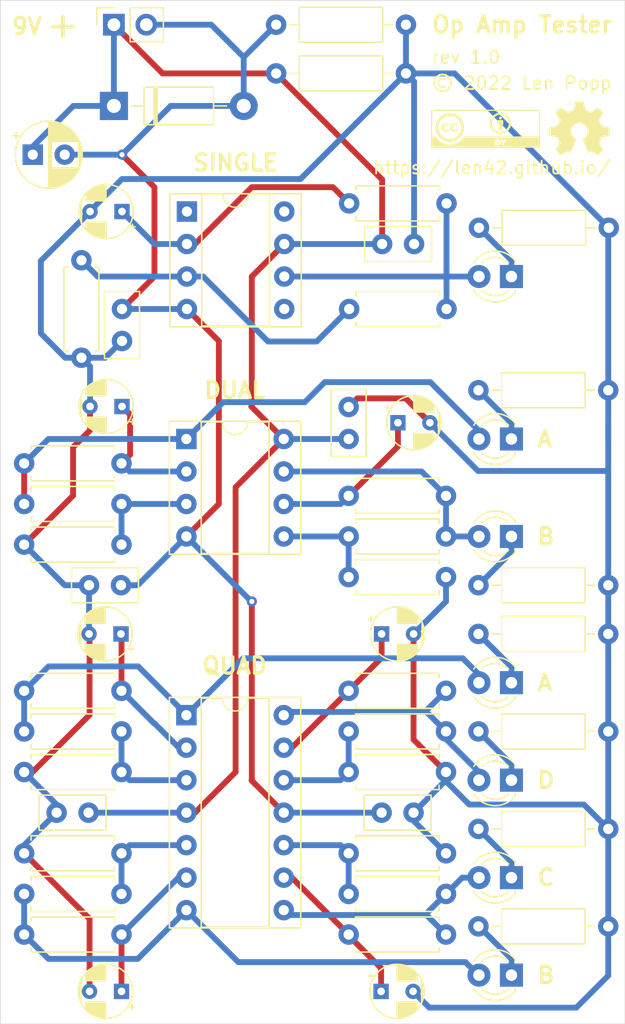
<source format=kicad_pcb>
(kicad_pcb (version 20211014) (generator pcbnew)
  (title_block (title "Op Amp Tester") (date "2022-04-20") (rev "1.0") (company "Len Popp") (comment 1 "Copyright © 2022 Len Popp CC BY") (comment 2 "Tester for standard-pinout single, dual, and quad op amps"))
  (layers (0 "F.Cu" signal) (31 "B.Cu" signal) (34 "B.Paste" user) (35 "F.Paste" user) (36 "B.SilkS" user "B.Silkscreen") (37 "F.SilkS" user "F.Silkscreen") (38 "B.Mask" user) (39 "F.Mask" user) (44 "Edge.Cuts" user))
  (net 0 "")
  (net 1 "Net-(C2-Pad1)")
  (net 2 "GND")
  (net 3 "V-")
  (net 4 "V+")
  (net 5 "Net-(C5-Pad1)")
  (net 6 "Net-(C6-Pad1)")
  (net 7 "Net-(C11-Pad1)")
  (net 8 "Net-(C12-Pad1)")
  (net 9 "Net-(C9-Pad1)")
  (net 10 "Net-(C10-Pad1)")
  (net 11 "Net-(D2-Pad1)")
  (net 12 "Net-(D2-Pad2)")
  (net 13 "Net-(D3-Pad1)")
  (net 14 "Net-(D3-Pad2)")
  (net 15 "Net-(D4-Pad1)")
  (net 16 "Net-(D4-Pad2)")
  (net 17 "Net-(D5-Pad1)")
  (net 18 "Net-(D5-Pad2)")
  (net 19 "Net-(D6-Pad1)")
  (net 20 "Net-(D6-Pad2)")
  (net 21 "Net-(D7-Pad1)")
  (net 22 "Net-(D7-Pad2)")
  (net 23 "Net-(D8-Pad1)")
  (net 24 "Net-(D8-Pad2)")
  (net 25 "Net-(R3-Pad2)")
  (net 26 "Net-(R7-Pad2)")
  (net 27 "Net-(R11-Pad2)")
  (net 28 "Net-(R15-Pad2)")
  (net 29 "Net-(R19-Pad2)")
  (net 30 "Net-(R23-Pad2)")
  (net 31 "Net-(R27-Pad2)")
  (footprint "LED_THT:LED_D3.0mm" (layer "F.Cu") (at 154.305 109.22 180)
    (fp_text reference "D5" hide)
    (fp_text value "LED" hide)
    (pad "1" thru_hole rect (at 0 0 180) (size 1.8 1.8) (drill 0.9) (layers *.Cu *.Mask) (net 17 "Net-(D5-Pad1)"))
    (pad "2" thru_hole circle (at 2.54 0 180) (size 1.8 1.8) (drill 0.9) (layers *.Cu *.Mask) (net 18 "Net-(D5-Pad2)"))
  )
  (footprint "-lmp-misc:R_Axial_DIN0207_L6.3mm_D2.5mm_P7.62mm_Horizontal" (layer "F.Cu") (at 141.605 80.01)
    (fp_text reference "R4" hide)
    (fp_text value "100K" hide)
    (pad "1" thru_hole circle locked (at 0 0) (size 1.6 1.6) (drill 0.8) (layers *.Cu *.Mask) (net 25 "Net-(R3-Pad2)"))
    (pad "2" thru_hole oval locked (at 7.62 0) (size 1.6 1.6) (drill 0.8) (layers *.Cu *.Mask) (net 12 "Net-(D2-Pad2)"))
  )
  (footprint "-lmp-misc:R_Axial_DIN0207_L6.3mm_D2.5mm_P7.62mm_Horizontal" (layer "F.Cu") (at 116.165 122.555)
    (fp_text reference "R19" hide)
    (fp_text value "100K" hide)
    (pad "1" thru_hole circle locked (at 0 0) (size 1.6 1.6) (drill 0.8) (layers *.Cu *.Mask) (net 2 "GND"))
    (pad "2" thru_hole oval locked (at 7.62 0) (size 1.6 1.6) (drill 0.8) (layers *.Cu *.Mask) (net 29 "Net-(R19-Pad2)"))
  )
  (footprint "LED_THT:LED_D3.0mm" (layer "F.Cu") (at 154.305 124.46 180)
    (fp_text reference "D7" hide)
    (fp_text value "LED" hide)
    (pad "1" thru_hole rect (at 0 0 180) (size 1.8 1.8) (drill 0.9) (layers *.Cu *.Mask) (net 21 "Net-(D7-Pad1)"))
    (pad "2" thru_hole circle (at 2.54 0 180) (size 1.8 1.8) (drill 0.9) (layers *.Cu *.Mask) (net 22 "Net-(D7-Pad2)"))
  )
  (footprint "-lmp-misc:CP_Radial_D4.0mm_P2.50mm" (layer "F.Cu") (at 145.4224 88.9)
    (fp_text reference "C6" hide)
    (fp_text value "1U" hide)
    (pad "1" thru_hole rect locked (at 0 0) (size 1.2 1.2) (drill 0.6) (layers *.Cu *.Mask) (net 6 "Net-(C6-Pad1)"))
    (pad "2" thru_hole circle locked (at 2.5 0) (size 1.2 1.2) (drill 0.6) (layers *.Cu *.Mask) (net 2 "GND"))
  )
  (footprint "-lmp-misc:R_Axial_DIN0207_L6.3mm_D2.5mm_P10.16mm_Horizontal" (layer "F.Cu") (at 151.725 86.36)
    (fp_text reference "R10" hide)
    (fp_text value "1K" hide)
    (pad "1" thru_hole circle locked (at 0 0) (size 1.6 1.6) (drill 0.8) (layers *.Cu *.Mask) (net 13 "Net-(D3-Pad1)"))
    (pad "2" thru_hole oval locked (at 10.16 0) (size 1.6 1.6) (drill 0.8) (layers *.Cu *.Mask) (net 2 "GND"))
  )
  (footprint "-lmp-misc:Logo_OSHW" (layer "F.Cu") (at 159.639 65.913)
    (fp_text reference "G***" hide)
    (fp_text value "LOGO" hide)
  )
  (footprint "-lmp-misc:R_Axial_DIN0207_L6.3mm_D2.5mm_P10.16mm_Horizontal" (layer "F.Cu") (at 146.05 57.785 180)
    (fp_text reference "R2" hide)
    (fp_text value "1K" hide)
    (pad "1" thru_hole circle locked (at 0 0 180) (size 1.6 1.6) (drill 0.8) (layers *.Cu *.Mask) (net 2 "GND"))
    (pad "2" thru_hole oval locked (at 10.16 0 180) (size 1.6 1.6) (drill 0.8) (layers *.Cu *.Mask) (net 3 "V-"))
  )
  (footprint "-lmp-misc:R_Axial_DIN0207_L6.3mm_D2.5mm_P10.16mm_Horizontal" (layer "F.Cu") (at 151.725 113.03)
    (fp_text reference "R30" hide)
    (fp_text value "1K" hide)
    (pad "1" thru_hole circle locked (at 0 0) (size 1.6 1.6) (drill 0.8) (layers *.Cu *.Mask) (net 23 "Net-(D8-Pad1)"))
    (pad "2" thru_hole oval locked (at 10.16 0) (size 1.6 1.6) (drill 0.8) (layers *.Cu *.Mask) (net 2 "GND"))
  )
  (footprint "-lmp-misc:R_Axial_DIN0207_L6.3mm_D2.5mm_P7.62mm_Horizontal" (layer "F.Cu") (at 141.565 97.79)
    (fp_text reference "R13" hide)
    (fp_text value "100K" hide)
    (pad "1" thru_hole circle locked (at 0 0) (size 1.6 1.6) (drill 0.8) (layers *.Cu *.Mask) (net 27 "Net-(R11-Pad2)"))
    (pad "2" thru_hole oval locked (at 7.62 0) (size 1.6 1.6) (drill 0.8) (layers *.Cu *.Mask) (net 16 "Net-(D4-Pad2)"))
  )
  (footprint "-lmp-misc:R_Axial_DIN0207_L6.3mm_D2.5mm_P7.62mm_Horizontal" (layer "F.Cu") (at 141.565 128.905)
    (fp_text reference "R24" hide)
    (fp_text value "100K" hide)
    (pad "1" thru_hole circle locked (at 0 0) (size 1.6 1.6) (drill 0.8) (layers *.Cu *.Mask) (net 7 "Net-(C11-Pad1)"))
    (pad "2" thru_hole oval locked (at 7.62 0) (size 1.6 1.6) (drill 0.8) (layers *.Cu *.Mask) (net 22 "Net-(D7-Pad2)"))
  )
  (footprint "Connector_PinSocket_2.54mm:PinSocket_1x02_P2.54mm_Vertical" (layer "F.Cu") (at 123.19 57.785 90)
    (fp_text reference "J1" hide)
    (fp_text value "V-IN" hide)
    (pad "1" thru_hole rect (at 0 0 90) (size 1.7 1.7) (drill 1) (layers *.Cu *.Mask) (net 4 "V+"))
    (pad "2" thru_hole oval (at 0 2.54 90) (size 1.7 1.7) (drill 1) (layers *.Cu *.Mask) (net 3 "V-"))
  )
  (footprint "-lmp-misc:C_Disc_D5.0mm_W2.5mm_P2.50mm" (layer "F.Cu") (at 123.825 82.51 90)
    (fp_text reference "C4" hide)
    (fp_text value "100N" hide)
    (pad "1" thru_hole circle locked (at 0 0 90) (size 1.6 1.6) (drill 0.8) (layers *.Cu *.Mask) (net 2 "GND"))
    (pad "2" thru_hole circle locked (at 2.5 0 90) (size 1.6 1.6) (drill 0.8) (layers *.Cu *.Mask) (net 3 "V-"))
  )
  (footprint "-lmp-misc:CP_Radial_D4.0mm_P2.50mm" (layer "F.Cu") (at 123.825 87.63 180)
    (fp_text reference "C5" hide)
    (fp_text value "1U" hide)
    (pad "1" thru_hole rect locked (at 0 0 180) (size 1.2 1.2) (drill 0.6) (layers *.Cu *.Mask) (net 5 "Net-(C5-Pad1)"))
    (pad "2" thru_hole circle locked (at 2.5 0 180) (size 1.2 1.2) (drill 0.6) (layers *.Cu *.Mask) (net 2 "GND"))
  )
  (footprint "LED_THT:LED_D3.0mm" (layer "F.Cu") (at 154.305 97.79 180)
    (fp_text reference "D4" hide)
    (fp_text value "LED" hide)
    (pad "1" thru_hole rect (at 0 0 180) (size 1.8 1.8) (drill 0.9) (layers *.Cu *.Mask) (net 15 "Net-(D4-Pad1)"))
    (pad "2" thru_hole circle (at 2.54 0 180) (size 1.8 1.8) (drill 0.9) (layers *.Cu *.Mask) (net 16 "Net-(D4-Pad2)"))
  )
  (footprint "-lmp-misc:R_Axial_DIN0207_L6.3mm_D2.5mm_P7.62mm_Horizontal" (layer "F.Cu") (at 123.785 109.855 180)
    (fp_text reference "R16" hide)
    (fp_text value "100K" hide)
    (pad "1" thru_hole circle locked (at 0 0 180) (size 1.6 1.6) (drill 0.8) (layers *.Cu *.Mask) (net 9 "Net-(C9-Pad1)"))
    (pad "2" thru_hole oval locked (at 7.62 0 180) (size 1.6 1.6) (drill 0.8) (layers *.Cu *.Mask) (net 18 "Net-(D5-Pad2)"))
  )
  (footprint "LED_THT:LED_D3.0mm" (layer "F.Cu") (at 154.305 116.84 180)
    (fp_text reference "D8" hide)
    (fp_text value "LED" hide)
    (pad "1" thru_hole rect (at 0 0 180) (size 1.8 1.8) (drill 0.9) (layers *.Cu *.Mask) (net 23 "Net-(D8-Pad1)"))
    (pad "2" thru_hole circle (at 2.54 0 180) (size 1.8 1.8) (drill 0.9) (layers *.Cu *.Mask) (net 24 "Net-(D8-Pad2)"))
  )
  (footprint "-lmp-misc:CP_Radial_D4.0mm_P2.50mm" (layer "F.Cu") (at 144.105 133.35)
    (fp_text reference "C11" hide)
    (fp_text value "1U" hide)
    (pad "1" thru_hole rect locked (at 0 0) (size 1.2 1.2) (drill 0.6) (layers *.Cu *.Mask) (net 7 "Net-(C11-Pad1)"))
    (pad "2" thru_hole circle locked (at 2.5 0) (size 1.2 1.2) (drill 0.6) (layers *.Cu *.Mask) (net 2 "GND"))
  )
  (footprint "LED_THT:LED_D3.0mm" (layer "F.Cu") (at 154.305 90.17 180)
    (fp_text reference "D3" hide)
    (fp_text value "LED" hide)
    (pad "1" thru_hole rect (at 0 0 180) (size 1.8 1.8) (drill 0.9) (layers *.Cu *.Mask) (net 13 "Net-(D3-Pad1)"))
    (pad "2" thru_hole circle (at 2.54 0 180) (size 1.8 1.8) (drill 0.9) (layers *.Cu *.Mask) (net 14 "Net-(D3-Pad2)"))
  )
  (footprint "LED_THT:LED_D3.0mm" (layer "F.Cu") (at 154.305 132.08 180)
    (fp_text reference "D6" hide)
    (fp_text value "LED" hide)
    (pad "1" thru_hole rect (at 0 0 180) (size 1.8 1.8) (drill 0.9) (layers *.Cu *.Mask) (net 19 "Net-(D6-Pad1)"))
    (pad "2" thru_hole circle (at 2.54 0 180) (size 1.8 1.8) (drill 0.9) (layers *.Cu *.Mask) (net 20 "Net-(D6-Pad2)"))
  )
  (footprint "-lmp-misc:R_Axial_DIN0207_L6.3mm_D2.5mm_P10.16mm_Horizontal" (layer "F.Cu") (at 151.725 128.27)
    (fp_text reference "R22" hide)
    (fp_text value "1K" hide)
    (pad "1" thru_hole circle locked (at 0 0) (size 1.6 1.6) (drill 0.8) (layers *.Cu *.Mask) (net 19 "Net-(D6-Pad1)"))
    (pad "2" thru_hole oval locked (at 10.16 0) (size 1.6 1.6) (drill 0.8) (layers *.Cu *.Mask) (net 2 "GND"))
  )
  (footprint "-lmp-misc:C_Disc_D5.0mm_W2.5mm_P2.50mm" (layer "F.Cu") (at 121.205 119.38 180)
    (fp_text reference "C13" hide)
    (fp_text value "100N" hide)
    (pad "1" thru_hole circle locked (at 0 0 180) (size 1.6 1.6) (drill 0.8) (layers *.Cu *.Mask) (net 4 "V+"))
    (pad "2" thru_hole circle locked (at 2.5 0 180) (size 1.6 1.6) (drill 0.8) (layers *.Cu *.Mask) (net 2 "GND"))
  )
  (footprint "-lmp-misc:R_Axial_DIN0207_L6.3mm_D2.5mm_P7.62mm_Horizontal" (layer "F.Cu") (at 116.165 116.205)
    (fp_text reference "R15" hide)
    (fp_text value "100K" hide)
    (pad "1" thru_hole circle locked (at 0 0) (size 1.6 1.6) (drill 0.8) (layers *.Cu *.Mask) (net 2 "GND"))
    (pad "2" thru_hole oval locked (at 7.62 0) (size 1.6 1.6) (drill 0.8) (layers *.Cu *.Mask) (net 28 "Net-(R15-Pad2)"))
  )
  (footprint "-lmp-misc:C_Disc_D5.0mm_W2.5mm_P2.50mm" (layer "F.Cu") (at 141.565 90.17 90)
    (fp_text reference "C7" hide)
    (fp_text value "100N" hide)
    (pad "1" thru_hole circle locked (at 0 0 90) (size 1.6 1.6) (drill 0.8) (layers *.Cu *.Mask) (net 4 "V+"))
    (pad "2" thru_hole circle locked (at 2.5 0 90) (size 1.6 1.6) (drill 0.8) (layers *.Cu *.Mask) (net 2 "GND"))
  )
  (footprint "Package_DIP:DIP-8_W7.62mm_Socket" (layer "F.Cu") (at 128.865 90.17)
    (fp_text reference "U2" hide)
    (fp_text value "DUT" hide)
    (pad "1" thru_hole rect (at 0 0) (size 1.6 1.6) (drill 0.8) (layers *.Cu *.Mask) (net 14 "Net-(D3-Pad2)"))
    (pad "2" thru_hole oval (at 0 2.54) (size 1.6 1.6) (drill 0.8) (layers *.Cu *.Mask) (net 5 "Net-(C5-Pad1)"))
    (pad "3" thru_hole oval (at 0 5.08) (size 1.6 1.6) (drill 0.8) (layers *.Cu *.Mask) (net 26 "Net-(R7-Pad2)"))
    (pad "4" thru_hole oval (at 0 7.62) (size 1.6 1.6) (drill 0.8) (layers *.Cu *.Mask) (net 3 "V-"))
    (pad "5" thru_hole oval (at 7.62 7.62) (size 1.6 1.6) (drill 0.8) (layers *.Cu *.Mask) (net 27 "Net-(R11-Pad2)"))
    (pad "6" thru_hole oval (at 7.62 5.08) (size 1.6 1.6) (drill 0.8) (layers *.Cu *.Mask) (net 6 "Net-(C6-Pad1)"))
    (pad "7" thru_hole oval (at 7.62 2.54) (size 1.6 1.6) (drill 0.8) (layers *.Cu *.Mask) (net 16 "Net-(D4-Pad2)"))
    (pad "8" thru_hole oval (at 7.62 0) (size 1.6 1.6) (drill 0.8) (layers *.Cu *.Mask) (net 4 "V+"))
  )
  (footprint "-lmp-misc:R_Axial_DIN0207_L6.3mm_D2.5mm_P7.62mm_Horizontal" (layer "F.Cu") (at 149.185 122.555 180)
    (fp_text reference "R23" hide)
    (fp_text value "100K" hide)
    (pad "1" thru_hole circle locked (at 0 0 180) (size 1.6 1.6) (drill 0.8) (layers *.Cu *.Mask) (net 2 "GND"))
    (pad "2" thru_hole oval locked (at 7.62 0 180) (size 1.6 1.6) (drill 0.8) (layers *.Cu *.Mask) (net 30 "Net-(R23-Pad2)"))
  )
  (footprint "-lmp-misc:R_Axial_DIN0207_L6.3mm_D2.5mm_P7.62mm_Horizontal" (layer "F.Cu") (at 141.565 109.855)
    (fp_text reference "R28" hide)
    (fp_text value "100K" hide)
    (pad "1" thru_hole circle locked (at 0 0) (size 1.6 1.6) (drill 0.8) (layers *.Cu *.Mask) (net 8 "Net-(C12-Pad1)"))
    (pad "2" thru_hole oval locked (at 7.62 0) (size 1.6 1.6) (drill 0.8) (layers *.Cu *.Mask) (net 24 "Net-(D8-Pad2)"))
  )
  (footprint "-lmp-misc:C_Disc_D5.0mm_W2.5mm_P2.50mm" (layer "F.Cu") (at 146.645 119.38 180)
    (fp_text reference "C14" hide)
    (fp_text value "100N" hide)
    (pad "1" thru_hole circle locked (at 0 0 180) (size 1.6 1.6) (drill 0.8) (layers *.Cu *.Mask) (net 2 "GND"))
    (pad "2" thru_hole circle locked (at 2.5 0 180) (size 1.6 1.6) (drill 0.8) (layers *.Cu *.Mask) (net 3 "V-"))
  )
  (footprint "-lmp-misc:R_Axial_DIN0207_L6.3mm_D2.5mm_P7.62mm_Horizontal" (layer "F.Cu") (at 120.65 83.82 90)
    (fp_text reference "R3" hide)
    (fp_text value "100K" hide)
    (pad "1" thru_hole circle locked (at 0 0 90) (size 1.6 1.6) (drill 0.8) (layers *.Cu *.Mask) (net 2 "GND"))
    (pad "2" thru_hole oval locked (at 7.62 0 90) (size 1.6 1.6) (drill 0.8) (layers *.Cu *.Mask) (net 25 "Net-(R3-Pad2)"))
  )
  (footprint "-lmp-misc:CP_Radial_D4.0mm_P2.50mm" (layer "F.Cu") (at 123.825 72.39 180)
    (fp_text reference "C2" hide)
    (fp_text value "1U" hide)
    (pad "1" thru_hole rect locked (at 0 0 180) (size 1.2 1.2) (drill 0.6) (layers *.Cu *.Mask) (net 1 "Net-(C2-Pad1)"))
    (pad "2" thru_hole circle locked (at 2.5 0 180) (size 1.2 1.2) (drill 0.6) (layers *.Cu *.Mask) (net 2 "GND"))
  )
  (footprint "-lmp-misc:R_Axial_DIN0207_L6.3mm_D2.5mm_P7.62mm_Horizontal" (layer "F.Cu") (at 123.785 95.25 180)
    (fp_text reference "R9" hide)
    (fp_text value "100K" hide)
    (pad "1" thru_hole circle locked (at 0 0 180) (size 1.6 1.6) (drill 0.8) (layers *.Cu *.Mask) (net 26 "Net-(R7-Pad2)"))
    (pad "2" thru_hole oval locked (at 7.62 0 180) (size 1.6 1.6) (drill 0.8) (layers *.Cu *.Mask) (net 14 "Net-(D3-Pad2)"))
  )
  (footprint "-lmp-misc:R_Axial_DIN0207_L6.3mm_D2.5mm_P7.62mm_Horizontal" (layer "F.Cu") (at 141.565 94.615)
    (fp_text reference "R12" hide)
    (fp_text value "100K" hide)
    (pad "1" thru_hole circle locked (at 0 0) (size 1.6 1.6) (drill 0.8) (layers *.Cu *.Mask) (net 6 "Net-(C6-Pad1)"))
    (pad "2" thru_hole oval locked (at 7.62 0) (size 1.6 1.6) (drill 0.8) (layers *.Cu *.Mask) (net 16 "Net-(D4-Pad2)"))
  )
  (footprint "-lmp-misc:R_Axial_DIN0207_L6.3mm_D2.5mm_P7.62mm_Horizontal" (layer "F.Cu") (at 141.565 125.73)
    (fp_text reference "R25" hide)
    (fp_text value "100K" hide)
    (pad "1" thru_hole circle locked (at 0 0) (size 1.6 1.6) (drill 0.8) (layers *.Cu *.Mask) (net 30 "Net-(R23-Pad2)"))
    (pad "2" thru_hole oval locked (at 7.62 0) (size 1.6 1.6) (drill 0.8) (layers *.Cu *.Mask) (net 22 "Net-(D7-Pad2)"))
  )
  (footprint "Package_DIP:DIP-14_W7.62mm_Socket" (layer "F.Cu") (at 128.865 111.76)
    (fp_text reference "U3" hide)
    (fp_text value "DUT" hide)
    (pad "1" thru_hole rect (at 0 0) (size 1.6 1.6) (drill 0.8) (layers *.Cu *.Mask) (net 18 "Net-(D5-Pad2)"))
    (pad "2" thru_hole oval (at 0 2.54) (size 1.6 1.6) (drill 0.8) (layers *.Cu *.Mask) (net 9 "Net-(C9-Pad1)"))
    (pad "3" thru_hole oval (at 0 5.08) (size 1.6 1.6) (drill 0.8) (layers *.Cu *.Mask) (net 28 "Net-(R15-Pad2)"))
    (pad "4" thru_hole oval (at 0 7.62) (size 1.6 1.6) (drill 0.8) (layers *.Cu *.Mask) (net 4 "V+"))
    (pad "5" thru_hole oval (at 0 10.16) (size 1.6 1.6) (drill 0.8) (layers *.Cu *.Mask) (net 29 "Net-(R19-Pad2)"))
    (pad "6" thru_hole oval (at 0 12.7) (size 1.6 1.6) (drill 0.8) (layers *.Cu *.Mask) (net 10 "Net-(C10-Pad1)"))
    (pad "7" thru_hole oval (at 0 15.24) (size 1.6 1.6) (drill 0.8) (layers *.Cu *.Mask) (net 20 "Net-(D6-Pad2)"))
    (pad "8" thru_hole oval (at 7.62 15.24) (size 1.6 1.6) (drill 0.8) (layers *.Cu *.Mask) (net 22 "Net-(D7-Pad2)"))
    (pad "9" thru_hole oval (at 7.62 12.7) (size 1.6 1.6) (drill 0.8) (layers *.Cu *.Mask) (net 7 "Net-(C11-Pad1)"))
    (pad "10" thru_hole oval (at 7.62 10.16) (size 1.6 1.6) (drill 0.8) (layers *.Cu *.Mask) (net 30 "Net-(R23-Pad2)"))
    (pad "11" thru_hole oval (at 7.62 7.62) (size 1.6 1.6) (drill 0.8) (layers *.Cu *.Mask) (net 3 "V-"))
    (pad "12" thru_hole oval (at 7.62 5.08) (size 1.6 1.6) (drill 0.8) (layers *.Cu *.Mask) (net 31 "Net-(R27-Pad2)"))
    (pad "13" thru_hole oval (at 7.62 2.54) (size 1.6 1.6) (drill 0.8) (layers *.Cu *.Mask) (net 8 "Net-(C12-Pad1)"))
    (pad "14" thru_hole oval (at 7.62 0) (size 1.6 1.6) (drill 0.8) (layers *.Cu *.Mask) (net 24 "Net-(D8-Pad2)"))
  )
  (footprint "-lmp-misc:CP_Radial_D4.0mm_P2.50mm" (layer "F.Cu") (at 123.785 133.35 180)
    (fp_text reference "C10" hide)
    (fp_text value "1U" hide)
    (pad "1" thru_hole rect locked (at 0 0 180) (size 1.2 1.2) (drill 0.6) (layers *.Cu *.Mask) (net 10 "Net-(C10-Pad1)"))
    (pad "2" thru_hole circle locked (at 2.5 0 180) (size 1.2 1.2) (drill 0.6) (layers *.Cu *.Mask) (net 2 "GND"))
  )
  (footprint "-lmp-misc:C_Disc_D5.0mm_W2.5mm_P2.50mm" (layer "F.Cu") (at 121.245 101.6)
    (fp_text reference "C8" hide)
    (fp_text value "100N" hide)
    (pad "1" thru_hole circle locked (at 0 0) (size 1.6 1.6) (drill 0.8) (layers *.Cu *.Mask) (net 2 "GND"))
    (pad "2" thru_hole circle locked (at 2.5 0) (size 1.6 1.6) (drill 0.8) (layers *.Cu *.Mask) (net 3 "V-"))
  )
  (footprint "LED_THT:LED_D3.0mm" (layer "F.Cu") (at 154.305 77.47 180)
    (fp_text reference "D2" hide)
    (fp_text value "LED" hide)
    (pad "1" thru_hole rect (at 0 0 180) (size 1.8 1.8) (drill 0.9) (layers *.Cu *.Mask) (net 11 "Net-(D2-Pad1)"))
    (pad "2" thru_hole circle (at 2.54 0 180) (size 1.8 1.8) (drill 0.9) (layers *.Cu *.Mask) (net 12 "Net-(D2-Pad2)"))
  )
  (footprint "-lmp-misc:R_Axial_DIN0207_L6.3mm_D2.5mm_P10.16mm_Horizontal" (layer "F.Cu") (at 151.725 105.41)
    (fp_text reference "R18" hide)
    (fp_text value "1K" hide)
    (pad "1" thru_hole circle locked (at 0 0) (size 1.6 1.6) (drill 0.8) (layers *.Cu *.Mask) (net 17 "Net-(D5-Pad1)"))
    (pad "2" thru_hole oval locked (at 10.16 0) (size 1.6 1.6) (drill 0.8) (layers *.Cu *.Mask) (net 2 "GND"))
  )
  (footprint "-lmp-misc:R_Axial_DIN0207_L6.3mm_D2.5mm_P7.62mm_Horizontal" (layer "F.Cu") (at 123.785 113.03 180)
    (fp_text reference "R17" hide)
    (fp_text value "100K" hide)
    (pad "1" thru_hole circle locked (at 0 0 180) (size 1.6 1.6) (drill 0.8) (layers *.Cu *.Mask) (net 28 "Net-(R15-Pad2)"))
    (pad "2" thru_hole oval locked (at 7.62 0 180) (size 1.6 1.6) (drill 0.8) (layers *.Cu *.Mask) (net 18 "Net-(D5-Pad2)"))
  )
  (footprint "Package_DIP:DIP-8_W7.62mm_Socket" (layer "F.Cu") (at 128.905 72.39)
    (fp_text reference "U1" hide)
    (fp_text value "DUT" hide)
    (pad "1" thru_hole rect (at 0 0) (size 1.6 1.6) (drill 0.8) (layers *.Cu *.Mask))
    (pad "2" thru_hole oval (at 0 2.54) (size 1.6 1.6) (drill 0.8) (layers *.Cu *.Mask) (net 1 "Net-(C2-Pad1)"))
    (pad "3" thru_hole oval (at 0 5.08) (size 1.6 1.6) (drill 0.8) (layers *.Cu *.Mask) (net 25 "Net-(R3-Pad2)"))
    (pad "4" thru_hole oval (at 0 7.62) (size 1.6 1.6) (drill 0.8) (layers *.Cu *.Mask) (net 3 "V-"))
    (pad "5" thru_hole oval (at 7.62 7.62) (size 1.6 1.6) (drill 0.8) (layers *.Cu *.Mask))
    (pad "6" thru_hole oval (at 7.62 5.08) (size 1.6 1.6) (drill 0.8) (layers *.Cu *.Mask) (net 12 "Net-(D2-Pad2)"))
    (pad "7" thru_hole oval (at 7.62 2.54) (size 1.6 1.6) (drill 0.8) (layers *.Cu *.Mask) (net 4 "V+"))
    (pad "8" thru_hole oval (at 7.62 0) (size 1.6 1.6) (drill 0.8) (layers *.Cu *.Mask))
  )
  (footprint "-lmp-misc:R_Axial_DIN0207_L6.3mm_D2.5mm_P10.16mm_Horizontal" (layer "F.Cu") (at 151.765 73.66)
    (fp_text reference "R6" hide)
    (fp_text value "1K" hide)
    (pad "1" thru_hole circle locked (at 0 0) (size 1.6 1.6) (drill 0.8) (layers *.Cu *.Mask) (net 11 "Net-(D2-Pad1)"))
    (pad "2" thru_hole oval locked (at 10.16 0) (size 1.6 1.6) (drill 0.8) (layers *.Cu *.Mask) (net 2 "GND"))
  )
  (footprint "-lmp-misc:R_Axial_DIN0207_L6.3mm_D2.5mm_P10.16mm_Horizontal" (layer "F.Cu") (at 151.725 101.6)
    (fp_text reference "R14" hide)
    (fp_text value "1K" hide)
    (pad "1" thru_hole circle locked (at 0 0) (size 1.6 1.6) (drill 0.8) (layers *.Cu *.Mask) (net 15 "Net-(D4-Pad1)"))
    (pad "2" thru_hole oval locked (at 10.16 0) (size 1.6 1.6) (drill 0.8) (layers *.Cu *.Mask) (net 2 "GND"))
  )
  (footprint "-lmp-misc:R_Axial_DIN0207_L6.3mm_D2.5mm_P7.62mm_Horizontal" (layer "F.Cu") (at 123.785 125.73 180)
    (fp_text reference "R21" hide)
    (fp_text value "100K" hide)
    (pad "1" thru_hole circle locked (at 0 0 180) (size 1.6 1.6) (drill 0.8) (layers *.Cu *.Mask) (net 29 "Net-(R19-Pad2)"))
    (pad "2" thru_hole oval locked (at 7.62 0 180) (size 1.6 1.6) (drill 0.8) (layers *.Cu *.Mask) (net 20 "Net-(D6-Pad2)"))
  )
  (footprint "-lmp-misc:R_Axial_DIN0207_L6.3mm_D2.5mm_P7.62mm_Horizontal" (layer "F.Cu") (at 123.785 128.905 180)
    (fp_text reference "R20" hide)
    (fp_text value "100K" hide)
    (pad "1" thru_hole circle locked (at 0 0 180) (size 1.6 1.6) (drill 0.8) (layers *.Cu *.Mask) (net 10 "Net-(C10-Pad1)"))
    (pad "2" thru_hole oval locked (at 7.62 0 180) (size 1.6 1.6) (drill 0.8) (layers *.Cu *.Mask) (net 20 "Net-(D6-Pad2)"))
  )
  (footprint "-lmp-misc:R_Axial_DIN0207_L6.3mm_D2.5mm_P7.62mm_Horizontal" (layer "F.Cu") (at 116.165 98.425)
    (fp_text reference "R7" hide)
    (fp_text value "100K" hide)
    (pad "1" thru_hole circle locked (at 0 0) (size 1.6 1.6) (drill 0.8) (layers *.Cu *.Mask) (net 2 "GND"))
    (pad "2" thru_hole oval locked (at 7.62 0) (size 1.6 1.6) (drill 0.8) (layers *.Cu *.Mask) (net 26 "Net-(R7-Pad2)"))
  )
  (footprint "-lmp-misc:R_Axial_DIN0207_L6.3mm_D2.5mm_P10.16mm_Horizontal" (layer "F.Cu") (at 151.725 120.65)
    (fp_text reference "R26" hide)
    (fp_text value "1K" hide)
    (pad "1" thru_hole circle locked (at 0 0) (size 1.6 1.6) (drill 0.8) (layers *.Cu *.Mask) (net 21 "Net-(D7-Pad1)"))
    (pad "2" thru_hole oval locked (at 10.16 0) (size 1.6 1.6) (drill 0.8) (layers *.Cu *.Mask) (net 2 "GND"))
  )
  (footprint "-lmp-misc:CP_Radial_D4.0mm_P2.50mm" (layer "F.Cu") (at 123.745 105.41 180)
    (fp_text reference "C9" hide)
    (fp_text value "1U" hide)
    (pad "1" thru_hole rect locked (at 0 0 180) (size 1.2 1.2) (drill 0.6) (layers *.Cu *.Mask) (net 9 "Net-(C9-Pad1)"))
    (pad "2" thru_hole circle locked (at 2.5 0 180) (size 1.2 1.2) (drill 0.6) (layers *.Cu *.Mask) (net 2 "GND"))
  )
  (footprint "-lmp-misc:R_Axial_DIN0207_L6.3mm_D2.5mm_P7.62mm_Horizontal" (layer "F.Cu") (at 141.565 113.03)
    (fp_text reference "R29" hide)
    (fp_text value "100K" hide)
    (pad "1" thru_hole circle locked (at 0 0) (size 1.6 1.6) (drill 0.8) (layers *.Cu *.Mask) (net 31 "Net-(R27-Pad2)"))
    (pad "2" thru_hole oval locked (at 7.62 0) (size 1.6 1.6) (drill 0.8) (layers *.Cu *.Mask) (net 24 "Net-(D8-Pad2)"))
  )
  (footprint "-lmp-misc:R_Axial_DIN0207_L6.3mm_D2.5mm_P7.62mm_Horizontal" (layer "F.Cu") (at 123.785 92.075 180)
    (fp_text reference "R8" hide)
    (fp_text value "100K" hide)
    (pad "1" thru_hole circle locked (at 0 0 180) (size 1.6 1.6) (drill 0.8) (layers *.Cu *.Mask) (net 5 "Net-(C5-Pad1)"))
    (pad "2" thru_hole oval locked (at 7.62 0 180) (size 1.6 1.6) (drill 0.8) (layers *.Cu *.Mask) (net 14 "Net-(D3-Pad2)"))
  )
  (footprint "-lmp-misc:Logo_CC_BY" (layer "F.Cu") (at 152.273 65.913)
    (fp_text reference "G***" hide)
    (fp_text value "LOGO" hide)
  )
  (footprint "Diode_THT:D_DO-41_SOD81_P10.16mm_Horizontal" (layer "F.Cu") (at 123.19 64.135)
    (fp_text reference "D1" hide)
    (fp_text value "1N4001" hide)
    (pad "1" thru_hole rect (at 0 0) (size 2.2 2.2) (drill 1.1) (layers *.Cu *.Mask) (net 4 "V+"))
    (pad "2" thru_hole oval (at 10.16 0) (size 2.2 2.2) (drill 1.1) (layers *.Cu *.Mask) (net 3 "V-"))
  )
  (footprint "-lmp-misc:CP_Radial_D5.0mm_P2.50mm" (layer "F.Cu") (at 116.84 67.945)
    (fp_text reference "C1" hide)
    (fp_text value "10U" hide)
    (pad "1" thru_hole rect locked (at 0 0) (size 1.6 1.6) (drill 0.8) (layers *.Cu *.Mask) (net 4 "V+"))
    (pad "2" thru_hole circle locked (at 2.5 0) (size 1.6 1.6) (drill 0.8) (layers *.Cu *.Mask) (net 3 "V-"))
  )
  (footprint "-lmp-misc:R_Axial_DIN0207_L6.3mm_D2.5mm_P7.62mm_Horizontal" (layer "F.Cu") (at 141.605 71.755)
    (fp_text reference "R5" hide)
    (fp_text value "100K" hide)
    (pad "1" thru_hole circle locked (at 0 0) (size 1.6 1.6) (drill 0.8) (layers *.Cu *.Mask) (net 1 "Net-(C2-Pad1)"))
    (pad "2" thru_hole oval locked (at 7.62 0) (size 1.6 1.6) (drill 0.8) (layers *.Cu *.Mask) (net 12 "Net-(D2-Pad2)"))
  )
  (footprint "-lmp-misc:C_Disc_D5.0mm_W2.5mm_P2.50mm" (layer "F.Cu") (at 146.685 74.93 180)
    (fp_text reference "C3" hide)
    (fp_text value "100N" hide)
    (pad "1" thru_hole circle locked (at 0 0 180) (size 1.6 1.6) (drill 0.8) (layers *.Cu *.Mask) (net 2 "GND"))
    (pad "2" thru_hole circle locked (at 2.5 0 180) (size 1.6 1.6) (drill 0.8) (layers *.Cu *.Mask) (net 4 "V+"))
  )
  (footprint "-lmp-misc:R_Axial_DIN0207_L6.3mm_D2.5mm_P7.62mm_Horizontal" (layer "F.Cu") (at 149.185 100.965 180)
    (fp_text reference "R11" hide)
    (fp_text value "100K" hide)
    (pad "1" thru_hole circle locked (at 0 0 180) (size 1.6 1.6) (drill 0.8) (layers *.Cu *.Mask) (net 2 "GND"))
    (pad "2" thru_hole oval locked (at 7.62 0 180) (size 1.6 1.6) (drill 0.8) (layers *.Cu *.Mask) (net 27 "Net-(R11-Pad2)"))
  )
  (footprint "-lmp-misc:R_Axial_DIN0207_L6.3mm_D2.5mm_P7.62mm_Horizontal" (layer "F.Cu") (at 149.185 116.205 180)
    (fp_text reference "R27" hide)
    (fp_text value "100K" hide)
    (pad "1" thru_hole circle locked (at 0 0 180) (size 1.6 1.6) (drill 0.8) (layers *.Cu *.Mask) (net 2 "GND"))
    (pad "2" thru_hole oval locked (at 7.62 0 180) (size 1.6 1.6) (drill 0.8) (layers *.Cu *.Mask) (net 31 "Net-(R27-Pad2)"))
  )
  (footprint "-lmp-misc:CP_Radial_D4.0mm_P2.50mm" (layer "F.Cu") (at 144.145 105.41)
    (fp_text reference "C12" hide)
    (fp_text value "1U" hide)
    (pad "1" thru_hole rect locked (at 0 0) (size 1.2 1.2) (drill 0.6) (layers *.Cu *.Mask) (net 8 "Net-(C12-Pad1)"))
    (pad "2" thru_hole circle locked (at 2.5 0) (size 1.2 1.2) (drill 0.6) (layers *.Cu *.Mask) (net 2 "GND"))
  )
  (footprint "-lmp-misc:R_Axial_DIN0207_L6.3mm_D2.5mm_P10.16mm_Horizontal" (layer "F.Cu") (at 135.89 61.595)
    (fp_text reference "R1" hide)
    (fp_text value "1K" hide)
    (pad "1" thru_hole circle locked (at 0 0) (size 1.6 1.6) (drill 0.8) (layers *.Cu *.Mask) (net 4 "V+"))
    (pad "2" thru_hole oval locked (at 10.16 0) (size 1.6 1.6) (drill 0.8) (layers *.Cu *.Mask) (net 2 "GND"))
  )
  (gr_rect (start 114.3 55.88) (end 163.195 135.89) (layer "Edge.Cuts") (width 0.05) (fill none))
  (gr_text "B" (at 156.21 132.08) (layer "F.SilkS") (effects (font (size 1.27 1.27) (thickness 0.254)) (justify left)))
  (gr_text "rev 1.0" (at 147.955 60.325) (layer "F.SilkS") (effects (font (size 1 1)) (justify left)))
  (gr_text "QUAD" (at 132.651383 107.897971) (layer "F.SilkS") (effects (font (size 1.27 1.27) (thickness 0.254))))
  (gr_text "C" (at 156.21 124.46) (layer "F.SilkS") (effects (font (size 1.27 1.27) (thickness 0.254)) (justify left)))
  (gr_text "D" (at 156.21 116.84) (layer "F.SilkS") (effects (font (size 1.27 1.27) (thickness 0.254)) (justify left)))
  (gr_text "9V" (at 115.062 57.912) (layer "F.SilkS") (effects (font (size 1.27 1.27) (thickness 0.254)) (justify left)))
  (gr_text "A" (at 156.21 90.17) (layer "F.SilkS") (effects (font (size 1.27 1.27) (thickness 0.254)) (justify left)))
  (gr_text "B" (at 156.21 97.79) (layer "F.SilkS") (effects (font (size 1.27 1.27) (thickness 0.254)) (justify left)))
  (gr_text "+" (at 120.65 57.785) (layer "F.SilkS") (effects (font (size 2.032 2.032) (thickness 0.3048)) (justify right)))
  (gr_text "A" (at 156.21 109.22) (layer "F.SilkS") (effects (font (size 1.27 1.27) (thickness 0.254)) (justify left)))
  (gr_text "Op Amp Tester" (at 147.955 57.785) (layer "F.SilkS") (effects (font (size 1.27 1.27) (thickness 0.254)) (justify left)))
  (gr_text "DUAL" (at 132.651383 86.351352) (layer "F.SilkS") (effects (font (size 1.27 1.27) (thickness 0.254))))
  (gr_text "© 2022 Len Popp" (at 147.955 62.357) (layer "F.SilkS") (effects (font (size 1 1)) (justify left)))
  (gr_text "SINGLE" (at 132.715 68.58) (layer "F.SilkS") (effects (font (size 1.27 1.27) (thickness 0.254))))
  (gr_text "https://len42.github.io/" (at 143.383 68.961) (layer "F.SilkS") (effects (font (size 1 1)) (justify left)))
  (segment (start 133.985 70.485) (end 131.1275 73.3425) (width 0.4572) (layer "F.Cu") (net 1))
  (segment (start 141.605 71.755) (end 140.335 70.485) (width 0.4572) (layer "F.Cu") (net 1))
  (segment (start 129.54 74.93) (end 128.905 74.93) (width 0.4572) (layer "F.Cu") (net 1))
  (segment (start 140.335 70.485) (end 133.985 70.485) (width 0.4572) (layer "F.Cu") (net 1))
  (segment (start 131.1275 73.3425) (end 129.54 74.93) (width 0.4572) (layer "F.Cu") (net 1))
  (segment (start 126.365 74.93) (end 123.825 72.39) (width 0.4572) (layer "B.Cu") (net 1))
  (segment (start 128.905 74.93) (end 126.365 74.93) (width 0.4572) (layer "B.Cu") (net 1))
  (segment (start 119.995 90.8176) (end 119.995 94.595) (width 0.4572) (layer "F.Cu") (net 2))
  (segment (start 121.285 127.675) (end 116.165 122.555) (width 0.4572) (layer "F.Cu") (net 2))
  (segment (start 121.285 111.74) (end 116.82 116.205) (width 0.4572) (layer "F.Cu") (net 2))
  (segment (start 146.645 105.41) (end 146.645 113.665) (width 0.4572) (layer "F.Cu") (net 2))
  (segment (start 121.245 105.41) (end 121.285 105.45) (width 0.4572) (layer "F.Cu") (net 2))
  (segment (start 121.325 89.4876) (end 119.995 90.8176) (width 0.4572) (layer "F.Cu") (net 2))
  (segment (start 142.24 86.995) (end 141.565 87.67) (width 0.4572) (layer "F.Cu") (net 2))
  (segment (start 121.285 105.45) (end 121.285 111.74) (width 0.4572) (layer "F.Cu") (net 2))
  (segment (start 147.9224 88.9) (end 147.9224 88.88555) (width 0.4572) (layer "F.Cu") (net 2))
  (segment (start 146.645 113.665) (end 149.185 116.205) (width 0.4572) (layer "F.Cu") (net 2))
  (segment (start 119.995 94.595) (end 116.165 98.425) (width 0.4572) (layer "F.Cu") (net 2))
  (segment (start 121.285 133.35) (end 121.285 127.675) (width 0.4572) (layer "F.Cu") (net 2))
  (segment (start 147.9224 88.88555) (end 146.03185 86.995) (width 0.4572) (layer "F.Cu") (net 2))
  (segment (start 146.03185 86.995) (end 142.24 86.995) (width 0.4572) (layer "F.Cu") (net 2))
  (segment (start 121.325 87.63) (end 121.325 89.4876) (width 0.4572) (layer "F.Cu") (net 2))
  (segment (start 120.65 83.82) (end 122.515 83.82) (width 0.4572) (layer "B.Cu") (net 2))
  (segment (start 149.185 116.205) (end 149.185 116.927) (width 0.4572) (layer "B.Cu") (net 2))
  (segment (start 121.245 101.6) (end 119.34 101.6) (width 0.4572) (layer "B.Cu") (net 2))
  (segment (start 149.185 116.927) (end 151.003 118.745) (width 0.4572) (layer "B.Cu") (net 2))
  (segment (start 146.685 62.23) (end 146.685 74.93) (width 0.4572) (layer "B.Cu") (net 2))
  (segment (start 146.645 120.015) (end 149.185 122.555) (width 0.4572) (layer "B.Cu") (net 2))
  (segment (start 161.885 132.12) (end 159.385 134.62) (width 0.4572) (layer "B.Cu") (net 2))
  (segment (start 161.885 73.7) (end 161.925 73.66) (width 0.4572) (layer "B.Cu") (net 2))
  (segment (start 147.875 134.62) (end 146.605 133.35) (width 0.4572) (layer "B.Cu") (net 2))
  (segment (start 121.245 105.41) (end 121.245 101.6) (width 0.4572) (layer "B.Cu") (net 2))
  (segment (start 119.38 83.82) (end 120.65 83.82) (width 0.4572) (layer "B.Cu") (net 2))
  (segment (start 121.325 72.35) (end 121.325 72.39) (width 0.4572) (layer "B.Cu") (net 2))
  (segment (start 118.705 119.38) (end 118.705 118.745) (width 0.4572) (layer "B.Cu") (net 2))
  (segment (start 121.325 87.63) (end 121.325 84.495) (width 0.4572) (layer "B.Cu") (net 2))
  (segment (start 149.185 100.965) (end 149.185 102.87) (width 0.4572) (layer "B.Cu") (net 2))
  (segment (start 161.885 90.17) (end 161.885 73.7) (width 0.4572) (layer "B.Cu") (net 2))
  (segment (start 149.185 116.205) (end 149.185 116.84) (width 0.4572) (layer "B.Cu") (net 2))
  (segment (start 151.003 118.745) (end 159.98 118.745) (width 0.4572) (layer "B.Cu") (net 2))
  (segment (start 146.05 61.595) (end 137.795 69.85) (width 0.4572) (layer "B.Cu") (net 2))
  (segment (start 121.325 72.39) (end 117.475 76.24) (width 0.4572) (layer "B.Cu") (net 2))
  (segment (start 149.86 61.595) (end 161.925 73.66) (width 0.4572) (layer "B.Cu") (net 2))
  (segment (start 135.89 69.85) (end 123.825 69.85) (width 0.4572) (layer "B.Cu") (net 2))
  (segment (start 118.705 118.745) (end 116.165 116.205) (width 0.4572) (layer "B.Cu") (net 2))
  (segment (start 121.325 84.495) (end 120.65 83.82) (width 0.4572) (layer "B.Cu") (net 2))
  (segment (start 161.885 92.67) (end 161.885 128.27) (width 0.4572) (layer "B.Cu") (net 2))
  (segment (start 122.515 83.82) (end 123.825 82.51) (width 0.4572) (layer "B.Cu") (net 2))
  (segment (start 159.98 118.745) (end 161.885 120.65) (width 0.4572) (layer "B.Cu") (net 2))
  (segment (start 146.645 119.38) (end 146.645 120.015) (width 0.4572) (layer "B.Cu") (net 2))
  (segment (start 151.6924 92.67) (end 161.885 92.67) (width 0.4572) (layer "B.Cu") (net 2))
  (segment (start 161.885 88.9) (end 161.885 92.67) (width 0.4572) (layer "B.Cu") (net 2))
  (segment (start 147.9224 88.9) (end 151.6924 92.67) (width 0.4572) (layer "B.Cu") (net 2))
  (segment (start 117.475 81.915) (end 119.38 83.82) (width 0.4572) (layer "B.Cu") (net 2))
  (segment (start 146.05 61.595) (end 146.05 57.785) (width 0.4572) (layer "B.Cu") (net 2))
  (segment (start 149.185 116.84) (end 146.645 119.38) (width 0.4572) (layer "B.Cu") (net 2))
  (segment (start 137.795 69.85) (end 135.89 69.85) (width 0.4572) (layer "B.Cu") (net 2))
  (segment (start 159.385 134.62) (end 147.875 134.62) (width 0.4572) (layer "B.Cu") (net 2))
  (segment (start 123.825 69.85) (end 121.325 72.35) (width 0.4572) (layer "B.Cu") (net 2))
  (segment (start 116.165 121.92) (end 118.705 119.38) (width 0.4572) (layer "B.Cu") (net 2))
  (segment (start 146.05 61.595) (end 146.685 62.23) (width 0.4572) (layer "B.Cu") (net 2))
  (segment (start 119.34 101.6) (end 116.165 98.425) (width 0.4572) (layer "B.Cu") (net 2))
  (segment (start 146.05 61.595) (end 148.59 61.595) (width 0.4572) (layer "B.Cu") (net 2))
  (segment (start 117.475 76.24) (end 117.475 81.915) (width 0.4572) (layer "B.Cu") (net 2))
  (segment (start 149.185 102.87) (end 146.645 105.41) (width 0.4572) (layer "B.Cu") (net 2))
  (segment (start 161.885 128.27) (end 161.885 132.12) (width 0.4572) (layer "B.Cu") (net 2))
  (segment (start 148.59 61.595) (end 149.86 61.595) (width 0.4572) (layer "B.Cu") (net 2))
  (segment (start 131.405 82.51) (end 128.905 80.01) (width 0.4572) (layer "F.Cu") (net 3))
  (segment (start 131.405 95.25) (end 128.865 97.79) (width 0.4572) (layer "F.Cu") (net 3))
  (segment (start 134.2825 117.1775) (end 136.485 119.38) (width 0.4572) (layer "F.Cu") (net 3))
  (segment (start 126.365 70.485) (end 123.825 67.945) (width 0.4572) (layer "F.Cu") (net 3))
  (segment (start 126.365 77.47) (end 126.365 70.485) (width 0.4572) (layer "F.Cu") (net 3))
  (segment (start 131.405 95.25) (end 131.405 82.51) (width 0.4572) (layer "F.Cu") (net 3))
  (segment (start 133.965 116.86) (end 134.2825 117.1775) (width 0.4572) (layer "F.Cu") (net 3))
  (segment (start 133.985 116.88) (end 134.2825 117.1775) (width 0.4572) (layer "F.Cu") (net 3))
  (segment (start 133.985 102.87) (end 133.985 116.88) (width 0.4572) (layer "F.Cu") (net 3))
  (segment (start 123.825 80.01) (end 126.365 77.47) (width 0.4572) (layer "F.Cu") (net 3))
  (via (at 133.985 102.87) (size 0.8) (drill 0.4) (layers "F.Cu" "B.Cu") (net 3))
  (via (at 123.825 67.945) (size 0.8) (drill 0.4) (layers "F.Cu" "B.Cu") (net 3))
  (segment (start 128.905 80.01) (end 123.825 80.01) (width 0.4572) (layer "B.Cu") (net 3))
  (segment (start 133.35 60.325) (end 135.89 57.785) (width 0.4572) (layer "B.Cu") (net 3))
  (segment (start 144.145 119.38) (end 136.485 119.38) (width 0.4572) (layer "B.Cu") (net 3))
  (segment (start 133.35 64.135) (end 127.635 64.135) (width 0.4572) (layer "B.Cu") (net 3))
  (segment (start 125.055 101.6) (end 128.865 97.79) (width 0.4572) (layer "B.Cu") (net 3))
  (segment (start 127.635 64.135) (end 123.825 67.945) (width 0.4572) (layer "B.Cu") (net 3))
  (segment (start 123.745 101.6) (end 125.055 101.6) (width 0.4572) (layer "B.Cu") (net 3))
  (segment (start 130.81 57.785) (end 133.35 60.325) (width 0.4572) (layer "B.Cu") (net 3))
  (segment (start 119.34 67.945) (end 123.825 67.945) (width 0.4572) (layer "B.Cu") (net 3))
  (segment (start 133.35 64.135) (end 133.35 60.325) (width 0.4572) (layer "B.Cu") (net 3))
  (segment (start 130.81 57.785) (end 125.73 57.785) (width 0.4572) (layer "B.Cu") (net 3))
  (segment (start 133.965 102.89) (end 128.865 97.79) (width 0.4572) (layer "B.Cu") (net 3))
  (segment (start 132.715 116.205) (end 132.715 93.94) (width 0.4572) (layer "F.Cu") (net 4))
  (segment (start 128.865 119.38) (end 129.54 119.38) (width 0.4572) (layer "F.Cu") (net 4))
  (segment (start 127 61.595) (end 123.19 57.785) (width 0.4572) (layer "F.Cu") (net 4))
  (segment (start 132.715 93.94) (end 136.485 90.17) (width 0.4572) (layer "F.Cu") (net 4))
  (segment (start 144.185 74.93) (end 144.185 69.89) (width 0.4572) (layer "F.Cu") (net 4))
  (segment (start 135.89 61.595) (end 127 61.595) (width 0.4572) (layer "F.Cu") (net 4))
  (segment (start 129.54 119.38) (end 132.715 116.205) (width 0.4572) (layer "F.Cu") (net 4))
  (segment (start 144.185 69.89) (end 135.89 61.595) (width 0.4572) (layer "F.Cu") (net 4))
  (segment (start 136.525 74.93) (end 133.985 77.47) (width 0.4572) (layer "F.Cu") (net 4))
  (segment (start 133.945 87.63) (end 136.485 90.17) (width 0.4572) (layer "F.Cu") (net 4))
  (segment (start 133.985 77.47) (end 133.985 87.59) (width 0.4572) (layer "F.Cu") (net 4))
  (segment (start 133.985 87.59) (end 133.945 87.63) (width 0.4572) (layer "F.Cu") (net 4))
  (segment (start 120.015 64.135) (end 116.84 67.31) (width 0.4572) (layer "B.Cu") (net 4))
  (segment (start 136.485 90.17) (end 141.565 90.17) (width 0.4572) (layer "B.Cu") (net 4))
  (segment (start 123.19 64.135) (end 120.015 64.135) (width 0.4572) (layer "B.Cu") (net 4))
  (segment (start 144.185 74.93) (end 136.525 74.93) (width 0.4572) (layer "B.Cu") (net 4))
  (segment (start 116.84 67.31) (end 116.84 67.945) (width 0.4572) (layer "B.Cu") (net 4))
  (segment (start 121.205 119.38) (end 128.865 119.38) (width 0.4572) (layer "B.Cu") (net 4))
  (segment (start 123.19 64.135) (end 123.19 57.785) (width 0.4572) (layer "B.Cu") (net 4))
  (segment (start 124.46 88.265) (end 123.825 87.63) (width 0.4572) (layer "F.Cu") (net 5))
  (segment (start 123.785 92.075) (end 124.46 91.4) (width 0.4572) (layer "F.Cu") (net 5))
  (segment (start 124.46 91.4) (end 124.46 88.265) (width 0.4572) (layer "F.Cu") (net 5))
  (segment (start 124.42 92.71) (end 123.785 92.075) (width 0.4572) (layer "B.Cu") (net 5))
  (segment (start 128.865 92.71) (end 124.42 92.71) (width 0.4572) (layer "B.Cu") (net 5))
  (segment (start 141.565 94.615) (end 145.4224 90.7576) (width 0.4572) (layer "F.Cu") (net 6))
  (segment (start 145.4224 90.7576) (end 145.4224 88.9) (width 0.4572) (layer "F.Cu") (net 6))
  (segment (start 140.93 95.25) (end 141.565 94.615) (width 0.4572) (layer "B.Cu") (net 6))
  (segment (start 136.485 95.25) (end 140.93 95.25) (width 0.4572) (layer "B.Cu") (net 6))
  (segment (start 144.105 131.532) (end 144.105 133.35) (width 0.4572) (layer "F.Cu") (net 7))
  (segment (start 141.565 128.905) (end 141.565 128.992) (width 0.4572) (layer "F.Cu") (net 7))
  (segment (start 136.485 124.46) (end 137.12 124.46) (width 0.4572) (layer "F.Cu") (net 7))
  (segment (start 137.12 124.46) (end 141.565 128.905) (width 0.4572) (layer "F.Cu") (net 7))
  (segment (start 141.565 128.992) (end 144.105 131.532) (width 0.4572) (layer "F.Cu") (net 7))
  (segment (start 136.485 114.3) (end 137.12 114.3) (width 0.4572) (layer "F.Cu") (net 8))
  (segment (start 141.565 109.855) (end 144.145 107.275) (width 0.4572) (layer "F.Cu") (net 8))
  (segment (start 144.145 107.275) (end 144.145 105.41) (width 0.4572) (layer "F.Cu") (net 8))
  (segment (start 137.12 114.3) (end 141.565 109.855) (width 0.4572) (layer "F.Cu") (net 8))
  (segment (start 123.785 109.855) (end 123.785 105.45) (width 0.4572) (layer "F.Cu") (net 9))
  (segment (start 128.27 114.3) (end 128.865 114.3) (width 0.4572) (layer "B.Cu") (net 9))
  (segment (start 123.785 109.855) (end 126.325 112.395) (width 0.4572) (layer "B.Cu") (net 9))
  (segment (start 126.325 112.395) (end 126.365 112.395) (width 0.4572) (layer "B.Cu") (net 9))
  (segment (start 126.365 112.395) (end 128.27 114.3) (width 0.4572) (layer "B.Cu") (net 9))
  (segment (start 123.785 128.905) (end 123.785 133.35) (width 0.4572) (layer "F.Cu") (net 10))
  (segment (start 128.23 124.46) (end 123.785 128.905) (width 0.4572) (layer "B.Cu") (net 10))
  (segment (start 128.865 124.46) (end 128.23 124.46) (width 0.4572) (layer "B.Cu") (net 10))
  (segment (start 154.305 77.47) (end 154.305 76.2) (width 0.4572) (layer "B.Cu") (net 11))
  (segment (start 154.305 76.2) (end 151.765 73.66) (width 0.4572) (layer "B.Cu") (net 11))
  (segment (start 149.225 71.755) (end 149.225 76.835) (width 0.4572) (layer "B.Cu") (net 12))
  (segment (start 138.43 77.47) (end 136.525 77.47) (width 0.4572) (layer "B.Cu") (net 12))
  (segment (start 149.225 77.47) (end 151.765 77.47) (width 0.4572) (layer "B.Cu") (net 12))
  (segment (start 149.225 76.835) (end 149.225 77.47) (width 0.4572) (layer "B.Cu") (net 12))
  (segment (start 138.43 77.47) (end 149.225 77.47) (width 0.4572) (layer "B.Cu") (net 12))
  (segment (start 149.225 80.01) (end 149.225 76.835) (width 0.4572) (layer "B.Cu") (net 12))
  (segment (start 154.305 90.17) (end 154.305 88.94) (width 0.4572) (layer "B.Cu") (net 13))
  (segment (start 154.305 88.94) (end 151.725 86.36) (width 0.4572) (layer "B.Cu") (net 13))
  (segment (start 116.165 92.075) (end 116.165 95.25) (width 0.4572) (layer "F.Cu") (net 14))
  (segment (start 151.765 90.17) (end 151.765 89.535) (width 0.4572) (layer "B.Cu") (net 14))
  (segment (start 118.07 90.17) (end 128.865 90.17) (width 0.4572) (layer "B.Cu") (net 14))
  (segment (start 139.7 85.725) (end 138.1325 87.2925) (width 0.4572) (layer "B.Cu") (net 14))
  (segment (start 116.165 92.075) (end 118.07 90.17) (width 0.4572) (layer "B.Cu") (net 14))
  (segment (start 147.955 85.725) (end 139.7 85.725) (width 0.4572) (layer "B.Cu") (net 14))
  (segment (start 138.1325 87.2925) (end 131.7425 87.2925) (width 0.4572) (layer "B.Cu") (net 14))
  (segment (start 151.765 89.535) (end 147.955 85.725) (width 0.4572) (layer "B.Cu") (net 14))
  (segment (start 131.7425 87.2925) (end 128.865 90.17) (width 0.4572) (layer "B.Cu") (net 14))
  (segment (start 154.305 99.02) (end 154.305 97.79) (width 0.4572) (layer "B.Cu") (net 15))
  (segment (start 151.725 101.6) (end 154.305 99.02) (width 0.4572) (layer "B.Cu") (net 15))
  (segment (start 147.28 92.71) (end 149.185 94.615) (width 0.4572) (layer "B.Cu") (net 16))
  (segment (start 136.485 92.71) (end 147.28 92.71) (width 0.4572) (layer "B.Cu") (net 16))
  (segment (start 149.185 97.79) (end 149.185 94.615) (width 0.4572) (layer "B.Cu") (net 16))
  (segment (start 151.765 97.79) (end 149.185 97.79) (width 0.4572) (layer "B.Cu") (net 16))
  (segment (start 154.305 109.22) (end 154.305 107.99) (width 0.4572) (layer "B.Cu") (net 17))
  (segment (start 154.305 107.99) (end 151.725 105.41) (width 0.4572) (layer "B.Cu") (net 17))
  (segment (start 118.07 107.95) (end 125.095 107.95) (width 0.4572) (layer "B.Cu") (net 18))
  (segment (start 125.095 107.95) (end 128.865 111.72) (width 0.4572) (layer "B.Cu") (net 18))
  (segment (start 128.865 111.76) (end 133.31 107.315) (width 0.4572) (layer "B.Cu") (net 18))
  (segment (start 116.165 113.03) (end 116.165 109.855) (width 0.4572) (layer "B.Cu") (net 18))
  (segment (start 116.165 109.855) (end 118.07 107.95) (width 0.4572) (layer "B.Cu") (net 18))
  (segment (start 150.495 107.315) (end 151.765 108.585) (width 0.4572) (layer "B.Cu") (net 18))
  (segment (start 133.31 107.315) (end 150.495 107.315) (width 0.4572) (layer "B.Cu") (net 18))
  (segment (start 128.865 111.72) (end 128.865 111.76) (width 0.4572) (layer "B.Cu") (net 18))
  (segment (start 151.765 108.585) (end 151.765 109.22) (width 0.4572) (layer "B.Cu") (net 18))
  (segment (start 151.765 128.27) (end 151.725 128.27) (width 0.4572) (layer "B.Cu") (net 19))
  (segment (start 154.305 130.81) (end 151.765 128.27) (width 0.4572) (layer "B.Cu") (net 19))
  (segment (start 154.305 132.08) (end 154.305 130.81) (width 0.4572) (layer "B.Cu") (net 19))
  (segment (start 132.929 131.064) (end 150.709 131.064) (width 0.4572) (layer "B.Cu") (net 20))
  (segment (start 151.725 132.08) (end 151.765 132.08) (width 0.4572) (layer "B.Cu") (net 20))
  (segment (start 128.865 127) (end 132.929 131.064) (width 0.4572) (layer "B.Cu") (net 20))
  (segment (start 116.165 128.905) (end 116.165 125.73) (width 0.4572) (layer "B.Cu") (net 20))
  (segment (start 125.055 130.81) (end 118.07 130.81) (width 0.4572) (layer "B.Cu") (net 20))
  (segment (start 128.865 127) (end 125.055 130.81) (width 0.4572) (layer "B.Cu") (net 20))
  (segment (start 118.07 130.81) (end 116.165 128.905) (width 0.4572) (layer "B.Cu") (net 20))
  (segment (start 150.709 131.064) (end 151.725 132.08) (width 0.4572) (layer "B.Cu") (net 20))
  (segment (start 151.725 120.65) (end 154.305 123.23) (width 0.4572) (layer "B.Cu") (net 21))
  (segment (start 154.305 123.23) (end 154.305 124.46) (width 0.4572) (layer "B.Cu") (net 21))
  (segment (start 147.661 127.381) (end 147.534 127.381) (width 0.4572) (layer "B.Cu") (net 22))
  (segment (start 136.866 127.381) (end 147.534 127.381) (width 0.4572) (layer "B.Cu") (net 22))
  (segment (start 150.455 124.46) (end 149.185 125.73) (width 0.4572) (layer "B.Cu") (net 22))
  (segment (start 151.765 124.46) (end 150.455 124.46) (width 0.4572) (layer "B.Cu") (net 22))
  (segment (start 149.185 128.905) (end 147.661 127.381) (width 0.4572) (layer "B.Cu") (net 22))
  (segment (start 136.485 127) (end 136.866 127.381) (width 0.4572) (layer "B.Cu") (net 22))
  (segment (start 147.534 127.381) (end 149.185 125.73) (width 0.4572) (layer "B.Cu") (net 22))
  (segment (start 151.725 113.03) (end 154.305 115.61) (width 0.4572) (layer "B.Cu") (net 23))
  (segment (start 154.305 115.61) (end 154.305 116.84) (width 0.4572) (layer "B.Cu") (net 23))
  (segment (start 147.661 111.379) (end 149.185 109.855) (width 0.4572) (layer "B.Cu") (net 24))
  (segment (start 151.765 116.205) (end 151.765 116.84) (width 0.4572) (layer "B.Cu") (net 24))
  (segment (start 147.661 111.506) (end 149.185 113.03) (width 0.4572) (layer "B.Cu") (net 24))
  (segment (start 149.185 113.03) (end 149.185 113.625) (width 0.4572) (layer "B.Cu") (net 24))
  (segment (start 147.661 111.506) (end 147.661 111.379) (width 0.4572) (layer "B.Cu") (net 24))
  (segment (start 136.739 111.506) (end 147.661 111.506) (width 0.4572) (layer "B.Cu") (net 24))
  (segment (start 136.485 111.76) (end 136.739 111.506) (width 0.4572) (layer "B.Cu") (net 24))
  (segment (start 149.185 113.625) (end 151.765 116.205) (width 0.4572) (layer "B.Cu") (net 24))
  (segment (start 139.065 82.55) (end 138.43 82.55) (width 0.4572) (layer "B.Cu") (net 25))
  (segment (start 138.43 82.55) (end 135.255 82.55) (width 0.4572) (layer "B.Cu") (net 25))
  (segment (start 130.175 77.47) (end 130.81 78.105) (width 0.4572) (layer "B.Cu") (net 25))
  (segment (start 121.92 77.47) (end 120.65 76.2) (width 0.4572) (layer "B.Cu") (net 25))
  (segment (start 128.905 77.47) (end 130.175 77.47) (width 0.4572) (layer "B.Cu") (net 25))
  (segment (start 135.255 82.55) (end 130.81 78.105) (width 0.4572) (layer "B.Cu") (net 25))
  (segment (start 141.605 80.01) (end 139.065 82.55) (width 0.4572) (layer "B.Cu") (net 25))
  (segment (start 128.905 77.47) (end 121.92 77.47) (width 0.4572) (layer "B.Cu") (net 25))
  (segment (start 128.865 95.25) (end 123.785 95.25) (width 0.4572) (layer "B.Cu") (net 26))
  (segment (start 123.785 95.25) (end 123.785 98.425) (width 0.4572) (layer "B.Cu") (net 26))
  (segment (start 141.565 97.79) (end 141.565 100.965) (width 0.4572) (layer "B.Cu") (net 27))
  (segment (start 136.485 97.79) (end 141.565 97.79) (width 0.4572) (layer "B.Cu") (net 27))
  (segment (start 123.785 116.205) (end 123.785 113.03) (width 0.4572) (layer "B.Cu") (net 28))
  (segment (start 128.865 116.84) (end 124.42 116.84) (width 0.4572) (layer "B.Cu") (net 28))
  (segment (start 124.42 116.84) (end 123.785 116.205) (width 0.4572) (layer "B.Cu") (net 28))
  (segment (start 124.42 121.92) (end 123.785 122.555) (width 0.4572) (layer "B.Cu") (net 29))
  (segment (start 128.865 121.92) (end 124.42 121.92) (width 0.4572) (layer "B.Cu") (net 29))
  (segment (start 123.785 122.555) (end 123.785 125.73) (width 0.4572) (layer "B.Cu") (net 29))
  (segment (start 136.485 121.92) (end 140.93 121.92) (width 0.4572) (layer "B.Cu") (net 30))
  (segment (start 141.565 122.555) (end 141.565 125.73) (width 0.4572) (layer "B.Cu") (net 30))
  (segment (start 140.93 121.92) (end 141.565 122.555) (width 0.4572) (layer "B.Cu") (net 30))
  (segment (start 141.565 113.03) (end 141.565 116.205) (width 0.4572) (layer "B.Cu") (net 31))
  (segment (start 140.93 116.84) (end 136.485 116.84) (width 0.4572) (layer "B.Cu") (net 31))
  (segment (start 141.565 116.205) (end 140.93 116.84) (width 0.4572) (layer "B.Cu") (net 31))
)
</source>
